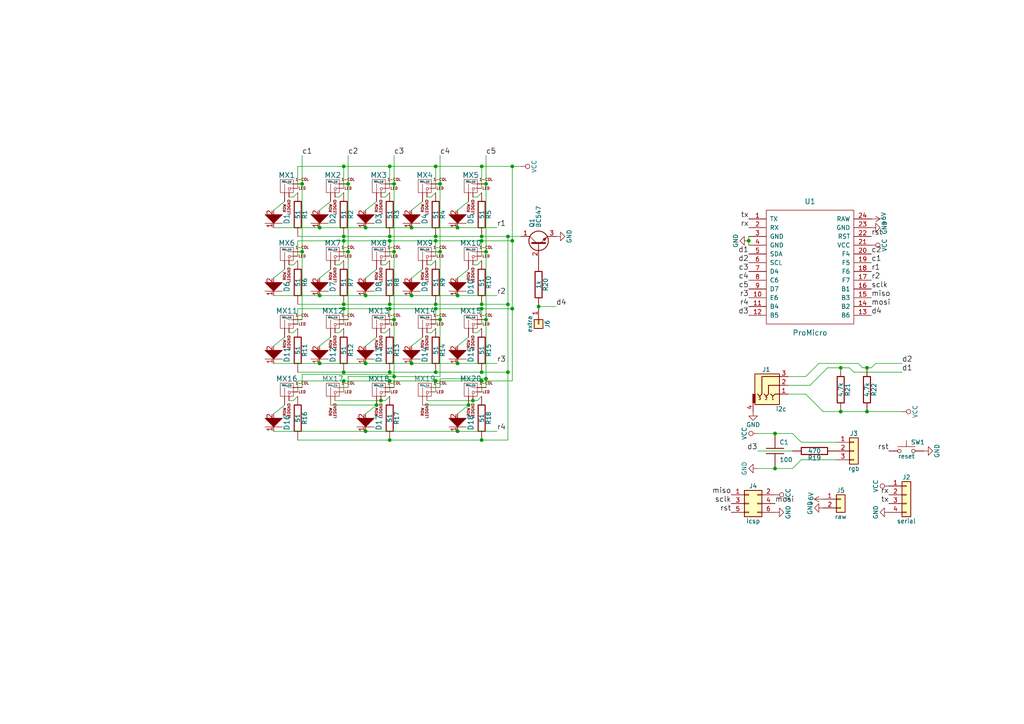
<source format=kicad_sch>
(kicad_sch (version 20230121) (generator eeschema)
  (paper "A4")
  (title_block (title "split_steno") (date "2018-03-12") (rev "1.2") (company "jtallbean"))
  (lib_symbols
    (symbol "split_steno_rev1.2-rescue:+6V" (power) (pin_names (offset 0))
      (property "Value" "+6V" (at 0 3.556 0))
      (symbol "+6V_0_1"
        (polyline (pts (xy -0.762 1.27) (xy 0 2.54)))
        (polyline (pts (xy 0 0) (xy 0 2.54)))
        (polyline (pts (xy 0 2.54) (xy 0.762 1.27)))
      )
      (symbol "+6V_1_1"
        (pin power_in line (at 0 0 90) (length 0) hide (name "+6V") (number "1"))
      )
    )
    (symbol "split_steno_rev1.2-rescue:Audio-Jack-4" (pin_names (offset 1.016))
      (property "Reference" "J" (at -1.27 2.032 0))
      (property "Value" "Audio-Jack-4" (at 3.048 -9.398 0))
      (symbol "Audio-Jack-4_0_0"
        (rectangle (start -4.572 -8.128) (end 2.54 0.762) (stroke (width 0.254)) (fill (type background)))
        (text "1" (at 0.635 -6.35 0) (effects (font (size 0.762 0.762))))
        (text "2" (at -1.27 -6.35 0) (effects (font (size 0.762 0.762))))
        (text "3" (at -3.175 -6.35 0) (effects (font (size 0.762 0.762))))
      )
      (symbol "Audio-Jack-4_0_1"
        (rectangle (start -4.445 -7.62) (end -5.207 -5.08) (fill (type outline)))
        (polyline (pts (xy 0 -5.08) (xy 0.635 -5.715) (xy 1.27 -5.08) (xy 2.54 -5.08)) (stroke (width 0.254)))
        (polyline (pts (xy -1.905 -5.08) (xy -1.27 -5.715) (xy -0.635 -5.08) (xy -0.635 -2.54) (xy 2.54 -2.54)) (stroke (width 0.254)))
        (polyline (pts (xy 2.54 0) (xy -2.54 0) (xy -2.54 -5.08) (xy -3.175 -5.715) (xy -3.81 -5.08)) (stroke (width 0.254)))
      )
      (symbol "Audio-Jack-4_1_1"
        (pin passive line (at 5.08 -5.08 180) (length 2.54) (name "~") (number "1"))
        (pin passive line (at 5.08 -2.54 180) (length 2.54) (name "~") (number "2"))
        (pin passive line (at 5.08 0 180) (length 2.54) (name "~") (number "3"))
        (pin passive line (at -5.08 -10.16 90) (length 2.54) (name "~") (number "4"))
      )
    )
    (symbol "split_steno_rev1.2-rescue:BC547" (pin_names (offset 0) hide)
      (property "Reference" "Q" (at 5.08 1.905 0))
      (property "Value" "BC547" (at 5.08 0 0))
      (symbol "BC547_0_1"
        (polyline (pts (xy 0 0) (xy 0.635 0)))
        (polyline (pts (xy 0.635 0.635) (xy 2.54 2.54)))
        (polyline (pts (xy 0.635 -0.635) (xy 2.54 -2.54) (xy 2.54 -2.54)))
        (polyline (pts (xy 0.635 1.905) (xy 0.635 -1.905) (xy 0.635 -1.905)) (stroke (width 0.508)))
        (polyline (pts (xy 1.27 -1.778) (xy 1.778 -1.27) (xy 2.286 -2.286) (xy 1.27 -1.778) (xy 1.27 -1.778)) (fill (type outline)))
        (circle (center 1.27 0) (radius 2.8194) (stroke (width 0.254)))
      )
      (symbol "BC547_1_1"
        (pin passive line (at 2.54 5.08 270) (length 2.54) (name "C") (number "1"))
        (pin input line (at -5.08 0 0) (length 5.08) (name "B") (number "2"))
        (pin passive line (at 2.54 -5.08 90) (length 2.54) (name "E") (number "3"))
      )
    )
    (symbol "split_steno_rev1.2-rescue:C" (pin_numbers hide) (pin_names (offset 0.254))
      (property "Reference" "C" (at 1.27 2.54 0))
      (property "Value" "C" (at 1.27 -2.54 0))
      (symbol "C_0_1"
        (polyline (pts (xy -2.54 -0.762) (xy 2.54 -0.762)) (stroke (width 0.254)))
        (polyline (pts (xy -2.54 0.762) (xy 2.54 0.762)) (stroke (width 0.254)))
      )
      (symbol "C_1_1"
        (pin passive line (at 0 5.08 270) (length 4.318) (name "~") (number "1"))
        (pin passive line (at 0 -5.08 90) (length 4.318) (name "~") (number "2"))
      )
    )
    (symbol "split_steno_rev1.2-rescue:Conn_01x01" (pin_names (offset 1.016) hide)
      (property "Reference" "J" (at 0 2.54 0))
      (property "Value" "Conn_01x01" (at 0 -2.54 0))
      (symbol "Conn_01x01_1_1"
        (rectangle (start -1.27 0.127) (end 0 -0.127) (stroke (width 0.1524)))
        (rectangle (start -1.27 1.27) (end 1.27 -1.27) (stroke (width 0.254)) (fill (type background)))
        (pin passive line (at -5.08 0 0) (length 3.81) (name "Pin_1") (number "1"))
      )
    )
    (symbol "split_steno_rev1.2-rescue:Conn_01x02" (pin_names (offset 1.016) hide)
      (property "Reference" "J" (at 0 2.54 0))
      (property "Value" "Conn_01x02" (at 0 -5.08 0))
      (symbol "Conn_01x02_1_1"
        (rectangle (start -1.27 -2.413) (end 0 -2.667) (stroke (width 0.1524)))
        (rectangle (start -1.27 0.127) (end 0 -0.127) (stroke (width 0.1524)))
        (rectangle (start -1.27 1.27) (end 1.27 -3.81) (stroke (width 0.254)) (fill (type background)))
        (pin passive line (at -5.08 0 0) (length 3.81) (name "Pin_1") (number "1"))
        (pin passive line (at -5.08 -2.54 0) (length 3.81) (name "Pin_2") (number "2"))
      )
    )
    (symbol "split_steno_rev1.2-rescue:Conn_01x03" (pin_names (offset 1.016) hide)
      (property "Reference" "J" (at 0 5.08 0))
      (property "Value" "Conn_01x03" (at 0 -5.08 0))
      (symbol "Conn_01x03_1_1"
        (rectangle (start -1.27 -2.413) (end 0 -2.667) (stroke (width 0.1524)))
        (rectangle (start -1.27 0.127) (end 0 -0.127) (stroke (width 0.1524)))
        (rectangle (start -1.27 2.667) (end 0 2.413) (stroke (width 0.1524)))
        (rectangle (start -1.27 3.81) (end 1.27 -3.81) (stroke (width 0.254)) (fill (type background)))
        (pin passive line (at -5.08 2.54 0) (length 3.81) (name "Pin_1") (number "1"))
        (pin passive line (at -5.08 0 0) (length 3.81) (name "Pin_2") (number "2"))
        (pin passive line (at -5.08 -2.54 0) (length 3.81) (name "Pin_3") (number "3"))
      )
    )
    (symbol "split_steno_rev1.2-rescue:Conn_01x04" (pin_names (offset 1.016) hide)
      (property "Reference" "J" (at 0 5.08 0))
      (property "Value" "Conn_01x04" (at 0 -7.62 0))
      (symbol "Conn_01x04_1_1"
        (rectangle (start -1.27 -4.953) (end 0 -5.207) (stroke (width 0.1524)))
        (rectangle (start -1.27 -2.413) (end 0 -2.667) (stroke (width 0.1524)))
        (rectangle (start -1.27 0.127) (end 0 -0.127) (stroke (width 0.1524)))
        (rectangle (start -1.27 2.667) (end 0 2.413) (stroke (width 0.1524)))
        (rectangle (start -1.27 3.81) (end 1.27 -6.35) (stroke (width 0.254)) (fill (type background)))
        (pin passive line (at -5.08 2.54 0) (length 3.81) (name "Pin_1") (number "1"))
        (pin passive line (at -5.08 0 0) (length 3.81) (name "Pin_2") (number "2"))
        (pin passive line (at -5.08 -2.54 0) (length 3.81) (name "Pin_3") (number "3"))
        (pin passive line (at -5.08 -5.08 0) (length 3.81) (name "Pin_4") (number "4"))
      )
    )
    (symbol "split_steno_rev1.2-rescue:Conn_02x03_Odd_Even" (pin_names (offset 1.016) hide)
      (property "Reference" "J" (at 1.27 5.08 0))
      (property "Value" "Conn_02x03_Odd_Even" (at 1.27 -5.08 0))
      (symbol "Conn_02x03_Odd_Even_1_1"
        (rectangle (start -1.27 -2.413) (end 0 -2.667) (stroke (width 0.1524)))
        (rectangle (start -1.27 0.127) (end 0 -0.127) (stroke (width 0.1524)))
        (rectangle (start -1.27 2.667) (end 0 2.413) (stroke (width 0.1524)))
        (rectangle (start -1.27 3.81) (end 3.81 -3.81) (stroke (width 0.254)) (fill (type background)))
        (rectangle (start 3.81 -2.413) (end 2.54 -2.667) (stroke (width 0.1524)))
        (rectangle (start 3.81 0.127) (end 2.54 -0.127) (stroke (width 0.1524)))
        (rectangle (start 3.81 2.667) (end 2.54 2.413) (stroke (width 0.1524)))
        (pin passive line (at -5.08 2.54 0) (length 3.81) (name "Pin_1") (number "1"))
        (pin passive line (at 7.62 2.54 180) (length 3.81) (name "Pin_2") (number "2"))
        (pin passive line (at -5.08 0 0) (length 3.81) (name "Pin_3") (number "3"))
        (pin passive line (at 7.62 0 180) (length 3.81) (name "Pin_4") (number "4"))
        (pin passive line (at -5.08 -2.54 0) (length 3.81) (name "Pin_5") (number "5"))
        (pin passive line (at 7.62 -2.54 180) (length 3.81) (name "Pin_6") (number "6"))
      )
    )
    (symbol "split_steno_rev1.2-rescue:D" (pin_names (offset 1.016))
      (property "Reference" "D" (at -3.81 -1.27 90))
      (symbol "D_0_1"
        (polyline (pts (xy -2.54 0) (xy 2.54 0)))
        (polyline (pts (xy 0 0) (xy -2.54 -2.54) (xy 2.54 -2.54) (xy 0 0)) (fill (type outline)))
      )
      (symbol "D_1_1"
        (pin passive line (at 0 1.27 270) (length 1.27) (name "~") (number "1"))
        (pin passive line (at 0 -3.81 90) (length 1.27) (name "~") (number "2"))
      )
    )
    (symbol "split_steno_rev1.2-rescue:GND" (power) (pin_names (offset 0))
      (property "Value" "GND" (at 0 -3.81 0))
      (symbol "GND_0_1"
        (polyline (pts (xy 0 0) (xy 0 -1.27) (xy 1.27 -1.27) (xy 0 -2.54) (xy -1.27 -1.27) (xy 0 -1.27)))
      )
      (symbol "GND_1_1"
        (pin power_in line (at 0 0 270) (length 0) hide (name "GND") (number "1"))
      )
    )
    (symbol "split_steno_rev1.2-rescue:MX-1U" (pin_names (offset 1.016))
      (property "Reference" "MX" (at 0 3.175 0))
      (property "Value" "MX-1U" (at 0 1.27 0))
      (symbol "MX-1U_0_0"
        (polyline (pts (xy -0.635 -1.905) (xy -0.635 0.635)) (stroke (width 0.127)))
        (polyline (pts (xy 0.635 -1.905) (xy 0.635 -1.27)) (stroke (width 0.127)))
        (polyline (pts (xy 1.905 -0.635) (xy 1.27 -0.635)) (stroke (width 0.127)))
        (polyline (pts (xy 1.905 0.635) (xy 0.635 0.635) (xy -0.635 1.27)) (stroke (width 0.127)))
        (circle (center 0.762 -0.762) (radius 0.3556) (stroke (width 0.127)))
        (rectangle (start 1.905 -1.905) (end -1.905 1.905) (stroke (width 0.127)))
        (text "1-COL" (at 4.445 1.905 0) (effects (font (size 0.762 0.762))))
        (text "LED" (at 4.445 -0.635 0) (effects (font (size 0.762 0.762))))
        (text "ROW" (at -0.635 -5.08 900) (effects (font (size 0.762 0.762)) (justify right)))
      )
      (symbol "MX-1U_1_0"
        (text "LEDGND" (at 0.635 -3.81 900) (effects (font (size 0.762 0.762)) (justify right)))
      )
      (symbol "MX-1U_1_1"
        (pin passive line (at 4.445 0.635 180) (length 2.54) (name "COL") (number "1"))
        (pin passive line (at -0.635 -4.445 90) (length 2.54) (name "ROW") (number "2"))
        (pin passive line (at 3.175 -0.635 180) (length 1.27) (name "LED") (number "3"))
        (pin passive line (at 0.635 -3.175 90) (length 1.27) (name "LEDGND") (number "4"))
      )
    )
    (symbol "split_steno_rev1.2-rescue:ProMicro" (pin_names (offset 1.016))
      (property "Reference" "U" (at 0 24.13 0))
      (property "Value" "ProMicro" (at 0 -13.97 0))
      (symbol "ProMicro_0_1"
        (rectangle (start -12.7 21.59) (end 12.7 -11.43))
      )
      (symbol "ProMicro_1_1"
        (pin bidirectional line (at -17.78 19.05 0) (length 5.08) (name "TX") (number "1"))
        (pin bidirectional line (at -17.78 -3.81 0) (length 5.08) (name "E6") (number "10"))
        (pin bidirectional line (at -17.78 -6.35 0) (length 5.08) (name "B4") (number "11"))
        (pin bidirectional line (at -17.78 -8.89 0) (length 5.08) (name "B5") (number "12"))
        (pin bidirectional line (at 17.78 -8.89 180) (length 5.08) (name "B6") (number "13"))
        (pin bidirectional line (at 17.78 -6.35 180) (length 5.08) (name "B2") (number "14"))
        (pin bidirectional line (at 17.78 -3.81 180) (length 5.08) (name "B3") (number "15"))
        (pin bidirectional line (at 17.78 -1.27 180) (length 5.08) (name "B1") (number "16"))
        (pin bidirectional line (at 17.78 1.27 180) (length 5.08) (name "F7") (number "17"))
        (pin bidirectional line (at 17.78 3.81 180) (length 5.08) (name "F6") (number "18"))
        (pin bidirectional line (at 17.78 6.35 180) (length 5.08) (name "F5") (number "19"))
        (pin bidirectional line (at -17.78 16.51 0) (length 5.08) (name "RX") (number "2"))
        (pin bidirectional line (at 17.78 8.89 180) (length 5.08) (name "F4") (number "20"))
        (pin power_in line (at 17.78 11.43 180) (length 5.08) (name "VCC") (number "21"))
        (pin input line (at 17.78 13.97 180) (length 5.08) (name "RST") (number "22"))
        (pin power_in line (at 17.78 16.51 180) (length 5.08) (name "GND") (number "23"))
        (pin power_out line (at 17.78 19.05 180) (length 5.08) (name "RAW") (number "24"))
        (pin power_in line (at -17.78 13.97 0) (length 5.08) (name "GND") (number "3"))
        (pin power_in line (at -17.78 11.43 0) (length 5.08) (name "GND") (number "4"))
        (pin bidirectional line (at -17.78 8.89 0) (length 5.08) (name "SDA") (number "5"))
        (pin bidirectional line (at -17.78 6.35 0) (length 5.08) (name "SCL") (number "6"))
        (pin bidirectional line (at -17.78 3.81 0) (length 5.08) (name "D4") (number "7"))
        (pin bidirectional line (at -17.78 1.27 0) (length 5.08) (name "C6") (number "8"))
        (pin bidirectional line (at -17.78 -1.27 0) (length 5.08) (name "D7") (number "9"))
      )
    )
    (symbol "split_steno_rev1.2-rescue:R" (pin_numbers hide) (pin_names (offset 0))
      (property "Reference" "R" (at 2.032 0 90))
      (property "Value" "R" (at 0 0 90))
      (symbol "R_0_1"
        (rectangle (start -1.016 3.81) (end 1.016 -3.81) (stroke (width 0.3048)))
      )
      (symbol "R_1_1"
        (pin passive line (at 0 6.35 270) (length 2.54) (name "~") (number "1"))
        (pin passive line (at 0 -6.35 90) (length 2.54) (name "~") (number "2"))
      )
    )
    (symbol "split_steno_rev1.2-rescue:SW_Push" (pin_numbers hide) (pin_names (offset 1.016) hide)
      (property "Reference" "SW" (at 1.27 2.54 0))
      (property "Value" "SW_Push" (at 0 -1.524 0))
      (symbol "SW_Push_0_1"
        (circle (center -2.032 0) (radius 0.508))
        (polyline (pts (xy 0 1.27) (xy 0 3.048)))
        (polyline (pts (xy 2.54 1.27) (xy -2.54 1.27)))
        (circle (center 2.032 0) (radius 0.508))
        (pin passive line (at -5.08 0 0) (length 2.54) (name "1") (number "1"))
        (pin passive line (at 5.08 0 180) (length 2.54) (name "2") (number "2"))
      )
    )
    (symbol "split_steno_rev1.2-rescue:VCC" (power) (pin_names (offset 0))
      (property "Value" "VCC" (at 0 3.81 0))
      (symbol "VCC_0_1"
        (polyline (pts (xy 0 0) (xy 0 1.27)))
        (circle (center 0 1.905) (radius 0.635))
      )
      (symbol "VCC_1_1"
        (pin power_in line (at 0 0 90) (length 0) hide (name "VCC") (number "1"))
      )
    )
  )
  (junction (at 132.715 85.725))
  (junction (at 139.7 88.265))
  (junction (at 139.7 89.535))
  (junction (at 139.7 69.85))
  (junction (at 99.695 68.58))
  (junction (at 156.21 88.9))
  (junction (at 140.97 92.71))
  (junction (at 135.89 117.475))
  (junction (at 127.635 53.34))
  (junction (at 99.695 69.85))
  (junction (at 243.84 119.38))
  (junction (at 147.32 107.95))
  (junction (at 99.695 89.535))
  (junction (at 148.59 48.26))
  (junction (at 147.32 88.265))
  (junction (at 140.97 53.34))
  (junction (at 87.63 53.34))
  (junction (at 99.695 107.95))
  (junction (at 132.715 125.095))
  (junction (at 114.3 109.22))
  (junction (at 126.365 88.265))
  (junction (at 224.79 135.89))
  (junction (at 148.59 69.85))
  (junction (at 139.7 110.49))
  (junction (at 113.03 110.49))
  (junction (at 114.3 92.71))
  (junction (at 100.965 73.025))
  (junction (at 140.97 73.025))
  (junction (at 139.7 107.95))
  (junction (at 137.16 116.205))
  (junction (at 113.03 89.535))
  (junction (at 106.045 125.095))
  (junction (at 113.03 48.26))
  (junction (at 126.365 68.58))
  (junction (at 147.32 68.58))
  (junction (at 87.63 73.025))
  (junction (at 119.38 105.41))
  (junction (at 126.365 48.26))
  (junction (at 127.635 73.025))
  (junction (at 217.17 69.85))
  (junction (at 140.97 109.855))
  (junction (at 106.045 85.725))
  (junction (at 251.46 106.68))
  (junction (at 224.79 125.73))
  (junction (at 126.365 69.85))
  (junction (at 126.365 89.535))
  (junction (at 110.49 116.205))
  (junction (at 99.695 88.265))
  (junction (at 92.71 85.725))
  (junction (at 126.365 110.49))
  (junction (at 92.71 66.04))
  (junction (at 119.38 66.04))
  (junction (at 126.365 107.95))
  (junction (at 99.695 110.49))
  (junction (at 99.695 48.26))
  (junction (at 106.045 66.04))
  (junction (at 119.38 85.725))
  (junction (at 243.84 106.68))
  (junction (at 132.715 105.41))
  (junction (at 109.22 117.475))
  (junction (at 106.045 105.41))
  (junction (at 114.3 53.34))
  (junction (at 113.03 107.95))
  (junction (at 113.03 88.265))
  (junction (at 132.715 66.04))
  (junction (at 92.71 105.41))
  (junction (at 113.03 68.58))
  (junction (at 139.7 48.26))
  (junction (at 139.7 127.635))
  (junction (at 114.3 73.025))
  (junction (at 139.7 68.58))
  (junction (at 127.635 92.71))
  (junction (at 148.59 89.535))
  (junction (at 113.03 127.635))
  (junction (at 251.46 119.38))
  (junction (at 113.03 69.85))
  (junction (at 100.965 53.34))
  (wire (pts (xy 139.7 107.95) (xy 126.365 107.95)))
  (wire (pts (xy 119.38 85.725) (xy 132.715 85.725)))
  (wire (pts (xy 147.32 88.265) (xy 147.32 107.95)))
  (wire (pts (xy 139.7 127.635) (xy 113.03 127.635)))
  (wire (pts (xy 86.36 48.26) (xy 99.695 48.26)))
  (wire (pts (xy 92.71 80.645) (xy 95.885 78.105)))
  (wire (pts (xy 79.375 66.04) (xy 92.71 66.04)))
  (wire (pts (xy 125.095 76.835) (xy 126.365 75.565)))
  (wire (pts (xy 92.71 60.96) (xy 95.885 58.42)))
  (wire (pts (xy 99.695 74.295) (xy 99.695 69.85)))
  (wire (pts (xy 139.7 89.535) (xy 148.59 89.535)))
  (wire (pts (xy 100.965 73.025) (xy 100.965 92.71)))
  (wire (pts (xy 233.68 109.22) (xy 237.49 105.41)))
  (wire (pts (xy 132.715 105.41) (xy 144.145 105.41)))
  (wire (pts (xy 111.76 76.835) (xy 113.03 75.565)))
  (wire (pts (xy 113.03 89.535) (xy 126.365 89.535)))
  (wire (pts (xy 139.7 110.49) (xy 148.59 110.49)))
  (wire (pts (xy 87.63 73.025) (xy 87.63 92.71)))
  (wire (pts (xy 126.365 89.535) (xy 139.7 89.535)))
  (wire (pts (xy 246.38 106.68) (xy 247.65 107.95)))
  (wire (pts (xy 99.695 110.49) (xy 113.03 110.49)))
  (wire (pts (xy 113.03 69.85) (xy 126.365 69.85)))
  (wire (pts (xy 234.95 111.76) (xy 240.03 106.68)))
  (wire (pts (xy 113.03 110.49) (xy 126.365 110.49)))
  (wire (pts (xy 114.3 108.585) (xy 87.63 108.585)))
  (wire (pts (xy 119.38 80.645) (xy 122.555 78.105)))
  (wire (pts (xy 114.3 45.085) (xy 114.3 53.34)))
  (wire (pts (xy 97.155 116.205) (xy 110.49 116.205)))
  (wire (pts (xy 139.7 54.61) (xy 139.7 48.26)))
  (wire (pts (xy 99.695 68.58) (xy 113.03 68.58)))
  (wire (pts (xy 119.38 60.96) (xy 122.555 58.42)))
  (wire (pts (xy 92.71 105.41) (xy 106.045 105.41)))
  (wire (pts (xy 127.635 109.855) (xy 140.97 109.855)))
  (wire (pts (xy 139.7 74.295) (xy 139.7 69.85)))
  (wire (pts (xy 217.17 71.12) (xy 217.17 69.85)))
  (wire (pts (xy 251.46 106.68) (xy 252.73 106.68)))
  (wire (pts (xy 87.63 45.085) (xy 87.63 53.34)))
  (wire (pts (xy 247.65 107.95) (xy 261.62 107.95)))
  (wire (pts (xy 106.045 80.645) (xy 109.22 78.105)))
  (wire (pts (xy 79.375 105.41) (xy 92.71 105.41)))
  (wire (pts (xy 254 105.41) (xy 261.62 105.41)))
  (wire (pts (xy 137.16 57.15) (xy 138.43 57.15)))
  (wire (pts (xy 111.76 96.52) (xy 113.03 95.25)))
  (wire (pts (xy 99.695 113.665) (xy 99.695 110.49)))
  (wire (pts (xy 113.03 54.61) (xy 113.03 48.26)))
  (wire (pts (xy 99.695 54.61) (xy 99.695 48.26)))
  (wire (pts (xy 79.375 120.015) (xy 82.55 117.475)))
  (wire (pts (xy 217.17 69.85) (xy 217.17 68.58)))
  (wire (pts (xy 114.3 53.34) (xy 114.3 73.025)))
  (wire (pts (xy 85.09 96.52) (xy 86.36 95.25)))
  (wire (pts (xy 127.635 73.025) (xy 127.635 92.71)))
  (wire (pts (xy 224.79 135.89) (xy 219.71 135.89)))
  (wire (pts (xy 86.36 110.49) (xy 99.695 110.49)))
  (wire (pts (xy 229.87 130.81) (xy 219.71 130.81)))
  (wire (pts (xy 98.425 96.52) (xy 99.695 95.25)))
  (wire (pts (xy 123.825 116.205) (xy 137.16 116.205)))
  (wire (pts (xy 224.79 125.73) (xy 219.71 125.73)))
  (wire (pts (xy 238.76 119.38) (xy 243.84 119.38)))
  (wire (pts (xy 123.825 57.15) (xy 125.095 57.15)))
  (wire (pts (xy 106.045 85.725) (xy 119.38 85.725)))
  (wire (pts (xy 138.43 96.52) (xy 139.7 95.25)))
  (wire (pts (xy 126.365 88.265) (xy 139.7 88.265)))
  (wire (pts (xy 111.76 57.15) (xy 113.03 55.88)))
  (wire (pts (xy 99.695 89.535) (xy 113.03 89.535)))
  (wire (pts (xy 86.36 110.49) (xy 86.36 113.665)))
  (wire (pts (xy 147.32 68.58) (xy 147.32 88.265)))
  (wire (pts (xy 123.825 76.835) (xy 125.095 76.835)))
  (wire (pts (xy 119.38 105.41) (xy 132.715 105.41)))
  (wire (pts (xy 127.635 53.34) (xy 127.635 73.025)))
  (wire (pts (xy 83.82 116.205) (xy 85.09 116.205)))
  (wire (pts (xy 97.155 96.52) (xy 98.425 96.52)))
  (wire (pts (xy 139.7 48.26) (xy 148.59 48.26)))
  (wire (pts (xy 132.715 100.33) (xy 135.89 97.79)))
  (wire (pts (xy 100.965 45.085) (xy 100.965 53.34)))
  (wire (pts (xy 92.71 100.33) (xy 95.885 97.79)))
  (wire (pts (xy 109.22 117.475) (xy 106.045 120.015)))
  (wire (pts (xy 113.03 127.635) (xy 86.36 127.635)))
  (wire (pts (xy 85.09 76.835) (xy 86.36 75.565)))
  (wire (pts (xy 139.7 68.58) (xy 147.32 68.58)))
  (wire (pts (xy 148.59 110.49) (xy 148.59 89.535)))
  (wire (pts (xy 106.045 105.41) (xy 119.38 105.41)))
  (wire (pts (xy 106.045 100.33) (xy 109.22 97.79)))
  (wire (pts (xy 100.965 109.22) (xy 100.965 112.395)))
  (wire (pts (xy 106.045 66.04) (xy 119.38 66.04)))
  (wire (pts (xy 125.095 96.52) (xy 126.365 95.25)))
  (wire (pts (xy 113.03 88.265) (xy 126.365 88.265)))
  (wire (pts (xy 92.71 85.725) (xy 106.045 85.725)))
  (wire (pts (xy 240.03 106.68) (xy 243.84 106.68)))
  (wire (pts (xy 132.715 80.645) (xy 135.89 78.105)))
  (wire (pts (xy 92.71 66.04) (xy 106.045 66.04)))
  (wire (pts (xy 114.3 92.71) (xy 114.3 108.585)))
  (wire (pts (xy 147.32 107.95) (xy 139.7 107.95)))
  (wire (pts (xy 119.38 66.04) (xy 132.715 66.04)))
  (wire (pts (xy 126.365 74.295) (xy 126.365 69.85)))
  (wire (pts (xy 138.43 116.205) (xy 139.7 114.935)))
  (wire (pts (xy 140.97 73.025) (xy 140.97 92.71)))
  (wire (pts (xy 228.6 109.22) (xy 233.68 109.22)))
  (wire (pts (xy 100.965 53.34) (xy 100.965 73.025)))
  (wire (pts (xy 127.635 109.22) (xy 114.3 109.22)))
  (wire (pts (xy 126.365 107.95) (xy 113.03 107.95)))
  (wire (pts (xy 85.09 116.205) (xy 86.36 114.935)))
  (wire (pts (xy 79.375 125.095) (xy 106.045 125.095)))
  (wire (pts (xy 232.41 128.27) (xy 229.87 125.73)))
  (wire (pts (xy 140.97 45.085) (xy 140.97 53.34)))
  (wire (pts (xy 237.49 105.41) (xy 248.92 105.41)))
  (wire (pts (xy 139.7 88.265) (xy 147.32 88.265)))
  (wire (pts (xy 148.59 69.85) (xy 148.59 48.26)))
  (wire (pts (xy 132.715 85.725) (xy 144.145 85.725)))
  (wire (pts (xy 126.365 48.26) (xy 139.7 48.26)))
  (wire (pts (xy 132.715 66.04) (xy 144.145 66.04)))
  (wire (pts (xy 126.365 68.58) (xy 139.7 68.58)))
  (wire (pts (xy 113.03 113.665) (xy 113.03 110.49)))
  (wire (pts (xy 248.92 105.41) (xy 250.19 106.68)))
  (wire (pts (xy 139.7 69.85) (xy 148.59 69.85)))
  (wire (pts (xy 98.425 57.15) (xy 99.695 55.88)))
  (wire (pts (xy 147.32 127.635) (xy 139.7 127.635)))
  (wire (pts (xy 79.375 80.645) (xy 82.55 78.105)))
  (wire (pts (xy 127.635 112.395) (xy 127.635 109.855)))
  (wire (pts (xy 86.36 69.85) (xy 99.695 69.85)))
  (wire (pts (xy 106.045 60.96) (xy 109.22 58.42)))
  (wire (pts (xy 86.36 54.61) (xy 86.36 48.26)))
  (wire (pts (xy 113.03 107.95) (xy 99.695 107.95)))
  (wire (pts (xy 114.3 109.22) (xy 100.965 109.22)))
  (wire (pts (xy 132.715 60.96) (xy 135.89 58.42)))
  (wire (pts (xy 119.38 100.33) (xy 122.555 97.79)))
  (wire (pts (xy 83.82 57.15) (xy 85.09 57.15)))
  (wire (pts (xy 137.16 116.205) (xy 138.43 116.205)))
  (wire (pts (xy 132.715 125.095) (xy 144.145 125.095)))
  (wire (pts (xy 99.695 88.265) (xy 113.03 88.265)))
  (wire (pts (xy 79.375 100.33) (xy 82.55 97.79)))
  (wire (pts (xy 228.6 111.76) (xy 234.95 111.76)))
  (wire (pts (xy 95.885 117.475) (xy 109.22 117.475)))
  (wire (pts (xy 114.3 109.22) (xy 114.3 112.395)))
  (wire (pts (xy 83.82 76.835) (xy 85.09 76.835)))
  (wire (pts (xy 148.59 89.535) (xy 148.59 69.85)))
  (wire (pts (xy 122.555 117.475) (xy 135.89 117.475)))
  (wire (pts (xy 87.63 108.585) (xy 87.63 112.395)))
  (wire (pts (xy 86.36 89.535) (xy 99.695 89.535)))
  (wire (pts (xy 126.365 110.49) (xy 139.7 110.49)))
  (wire (pts (xy 79.375 85.725) (xy 92.71 85.725)))
  (wire (pts (xy 140.97 109.855) (xy 140.97 112.395)))
  (wire (pts (xy 86.36 74.295) (xy 86.36 69.85)))
  (wire (pts (xy 232.41 133.35) (xy 229.87 135.89)))
  (wire (pts (xy 98.425 76.835) (xy 99.695 75.565)))
  (wire (pts (xy 233.68 114.3) (xy 238.76 119.38)))
  (wire (pts (xy 229.87 135.89) (xy 224.79 135.89)))
  (wire (pts (xy 79.375 60.96) (xy 82.55 58.42)))
  (wire (pts (xy 229.87 125.73) (xy 224.79 125.73)))
  (wire (pts (xy 97.155 57.15) (xy 98.425 57.15)))
  (wire (pts (xy 114.3 73.025) (xy 114.3 92.71)))
  (wire (pts (xy 113.03 74.295) (xy 113.03 69.85)))
  (wire (pts (xy 125.095 57.15) (xy 126.365 55.88)))
  (wire (pts (xy 243.84 106.68) (xy 246.38 106.68)))
  (wire (pts (xy 110.49 57.15) (xy 111.76 57.15)))
  (wire (pts (xy 86.36 88.265) (xy 99.695 88.265)))
  (wire (pts (xy 127.635 45.085) (xy 127.635 53.34)))
  (wire (pts (xy 126.365 54.61) (xy 126.365 48.26)))
  (wire (pts (xy 113.03 93.98) (xy 113.03 89.535)))
  (wire (pts (xy 138.43 57.15) (xy 139.7 55.88)))
  (wire (pts (xy 250.19 106.68) (xy 251.46 106.68)))
  (wire (pts (xy 139.7 93.98) (xy 139.7 89.535)))
  (wire (pts (xy 126.365 113.665) (xy 126.365 110.49)))
  (wire (pts (xy 83.82 96.52) (xy 85.09 96.52)))
  (wire (pts (xy 85.09 57.15) (xy 86.36 55.88)))
  (wire (pts (xy 147.32 107.95) (xy 147.32 127.635)))
  (wire (pts (xy 156.21 88.9) (xy 161.29 88.9)))
  (wire (pts (xy 147.32 68.58) (xy 151.13 68.58)))
  (wire (pts (xy 97.155 76.835) (xy 98.425 76.835)))
  (wire (pts (xy 123.825 96.52) (xy 125.095 96.52)))
  (wire (pts (xy 113.03 48.26) (xy 126.365 48.26)))
  (wire (pts (xy 140.97 92.71) (xy 140.97 109.855)))
  (wire (pts (xy 113.03 68.58) (xy 126.365 68.58)))
  (wire (pts (xy 86.36 93.98) (xy 86.36 89.535)))
  (wire (pts (xy 86.36 68.58) (xy 99.695 68.58)))
  (wire (pts (xy 148.59 48.26) (xy 151.13 48.26)))
  (wire (pts (xy 110.49 76.835) (xy 111.76 76.835)))
  (wire (pts (xy 126.365 93.98) (xy 126.365 89.535)))
  (wire (pts (xy 243.84 119.38) (xy 251.46 119.38)))
  (wire (pts (xy 138.43 76.835) (xy 139.7 75.565)))
  (wire (pts (xy 242.57 128.27) (xy 232.41 128.27)))
  (wire (pts (xy 139.7 113.665) (xy 139.7 110.49)))
  (wire (pts (xy 99.695 107.95) (xy 86.36 107.95)))
  (wire (pts (xy 87.63 53.34) (xy 87.63 73.025)))
  (wire (pts (xy 137.16 76.835) (xy 138.43 76.835)))
  (wire (pts (xy 110.49 96.52) (xy 111.76 96.52)))
  (wire (pts (xy 252.73 106.68) (xy 254 105.41)))
  (wire (pts (xy 126.365 69.85) (xy 139.7 69.85)))
  (wire (pts (xy 251.46 119.38) (xy 261.62 119.38)))
  (wire (pts (xy 106.045 125.095) (xy 132.715 125.095)))
  (wire (pts (xy 140.97 53.34) (xy 140.97 73.025)))
  (wire (pts (xy 110.49 116.205) (xy 111.76 116.205)))
  (wire (pts (xy 111.76 116.205) (xy 113.03 114.935)))
  (wire (pts (xy 99.695 69.85) (xy 113.03 69.85)))
  (wire (pts (xy 137.16 96.52) (xy 138.43 96.52)))
  (wire (pts (xy 228.6 114.3) (xy 233.68 114.3)))
  (wire (pts (xy 99.695 48.26) (xy 113.03 48.26)))
  (wire (pts (xy 127.635 92.71) (xy 127.635 109.22)))
  (wire (pts (xy 242.57 133.35) (xy 232.41 133.35)))
  (wire (pts (xy 99.695 93.98) (xy 99.695 89.535)))
  (wire (pts (xy 135.89 117.475) (xy 132.715 120.015)))
  (label "d4" (at 161.29 88.9 0) (effects (font (size 1.524 1.524))))
  (label "rst" (at 252.73 68.58 0) (effects (font (size 1.524 1.524))))
  (label "r4" (at 217.17 88.9 180) (effects (font (size 1.524 1.524))))
  (label "c2" (at 100.965 45.085 0) (effects (font (size 1.524 1.524))))
  (label "c5" (at 217.17 83.82 180) (effects (font (size 1.524 1.524))))
  (label "sclk" (at 212.09 146.05 180) (effects (font (size 1.524 1.524))))
  (label "c3" (at 114.3 45.085 0) (effects (font (size 1.524 1.524))))
  (label "miso" (at 252.73 86.36 0) (effects (font (size 1.524 1.524))))
  (label "r3" (at 144.145 105.41 0) (effects (font (size 1.524 1.524))))
  (label "d1" (at 217.17 73.66 180) (effects (font (size 1.524 1.524))))
  (label "r1" (at 252.73 78.74 0) (effects (font (size 1.524 1.524))))
  (label "rx" (at 217.17 66.04 180) (effects (font (size 1.524 1.524))))
  (label "c1" (at 252.73 76.2 0) (effects (font (size 1.524 1.524))))
  (label "mosi" (at 252.73 88.9 0) (effects (font (size 1.524 1.524))))
  (label "rx" (at 257.81 143.51 180) (effects (font (size 1.524 1.524))))
  (label "c1" (at 87.63 45.085 0) (effects (font (size 1.524 1.524))))
  (label "r2" (at 252.73 81.28 0) (effects (font (size 1.524 1.524))))
  (label "d2" (at 261.62 105.41 0) (effects (font (size 1.524 1.524))))
  (label "c3" (at 217.17 78.74 180) (effects (font (size 1.524 1.524))))
  (label "tx" (at 217.17 63.5 180) (effects (font (size 1.524 1.524))))
  (label "d3" (at 219.71 130.81 180) (effects (font (size 1.524 1.524))))
  (label "c2" (at 252.73 73.66 0) (effects (font (size 1.524 1.524))))
  (label "d2" (at 217.17 76.2 180) (effects (font (size 1.524 1.524))))
  (label "d3" (at 217.17 91.44 180) (effects (font (size 1.524 1.524))))
  (label "r2" (at 144.145 85.725 0) (effects (font (size 1.524 1.524))))
  (label "c5" (at 140.97 45.085 0) (effects (font (size 1.524 1.524))))
  (label "miso" (at 212.09 143.51 180) (effects (font (size 1.524 1.524))))
  (label "tx" (at 257.81 146.05 180) (effects (font (size 1.524 1.524))))
  (label "d4" (at 252.73 91.44 0) (effects (font (size 1.524 1.524))))
  (label "mosi" (at 224.79 146.05 0) (effects (font (size 1.524 1.524))))
  (label "c4" (at 127.635 45.085 0) (effects (font (size 1.524 1.524))))
  (label "sclk" (at 252.73 83.82 0) (effects (font (size 1.524 1.524))))
  (label "rst" (at 257.81 130.81 180) (effects (font (size 1.524 1.524))))
  (label "r1" (at 144.145 66.04 0) (effects (font (size 1.524 1.524))))
  (label "r3" (at 217.17 86.36 180) (effects (font (size 1.524 1.524))))
  (label "rst" (at 212.09 148.59 180) (effects (font (size 1.524 1.524))))
  (label "c4" (at 217.17 81.28 180) (effects (font (size 1.524 1.524))))
  (label "r4" (at 144.145 125.095 0) (effects (font (size 1.524 1.524))))
  (label "d1" (at 261.62 107.95 0) (effects (font (size 1.524 1.524))))
  (symbol (lib_id "split_steno_rev1.2-rescue:ProMicro") (at 234.95 82.55 0) (unit 1)
    (property "Reference" "U1" (at 234.95 58.42 0) (effects (font (size 1.524 1.524))))
    (property "Value" "ProMicro" (at 234.95 96.52 0) (effects (font (size 1.524 1.524))))
    (property "Footprint" "Keebio-Parts:ArduinoProMicro" (effects hide))
  )
  (symbol (lib_id "split_steno_rev1.2-rescue:Audio-Jack-4") (at 223.52 109.22 0) (unit 1)
    (property "Reference" "J1" (at 222.25 107.188 0))
    (property "Value" "i2c" (at 226.568 118.618 0))
    (property "Footprint" "Keebio-Parts:TRRS-PJ-320A" (effects hide))
  )
  (symbol (lib_id "split_steno_rev1.2-rescue:R") (at 243.84 113.03 0) (unit 1)
    (property "Reference" "R21" (at 245.872 113.03 90))
    (property "Value" "4.7k" (at 243.84 113.03 90))
    (property "Footprint" "Keebio-Parts:Resistor-Hybrid" (effects hide))
  )
  (symbol (lib_id "split_steno_rev1.2-rescue:R") (at 251.46 113.03 0) (unit 1)
    (property "Reference" "R22" (at 253.492 113.03 90))
    (property "Value" "4.7k" (at 251.46 113.03 90))
    (property "Footprint" "Keebio-Parts:Resistor-Hybrid" (effects hide))
  )
  (symbol (lib_id "split_steno_rev1.2-rescue:SW_Push") (at 262.89 130.81 0) (unit 1)
    (property "Reference" "SW1" (at 264.16 128.27 0) (effects (justify left)))
    (property "Value" "reset" (at 262.89 132.334 0))
    (property "Footprint" "Keebio-Parts:SW_Tactile_SPST_Angled_MJTP1117" (effects hide))
  )
  (symbol (lib_id "split_steno_rev1.2-rescue:GND") (at 252.73 66.04 90) (unit 1)
    (property "Reference" "#PWR01" (effects hide))
    (property "Value" "GND" (at 256.54 66.04 0))
  )
  (symbol (lib_id "split_steno_rev1.2-rescue:VCC") (at 252.73 71.12 270) (unit 1)
    (property "Reference" "#PWR02" (effects hide))
    (property "Value" "VCC" (at 256.54 71.12 0))
  )
  (symbol (lib_id "split_steno_rev1.2-rescue:GND") (at 217.17 69.85 270) (unit 1)
    (property "Reference" "#PWR03" (effects hide))
    (property "Value" "GND" (at 213.36 69.85 0))
  )
  (symbol (lib_id "split_steno_rev1.2-rescue:MX-1U") (at 83.185 53.975 0) (unit 1)
    (property "Reference" "MX1" (at 83.185 50.8 0) (effects (font (size 1.524 1.524))))
    (property "Value" "MX-1U" (at 83.185 52.705 0) (effects (font (size 0.508 0.508))))
    (property "Footprint" "Keebio-Parts:Hybrid_PCB_100H_Dual_hole-LED" (effects hide))
  )
  (symbol (lib_id "split_steno_rev1.2-rescue:GND") (at 267.97 130.81 90) (unit 1)
    (property "Reference" "#PWR04" (effects hide))
    (property "Value" "GND" (at 271.78 130.81 0))
  )
  (symbol (lib_id "split_steno_rev1.2-rescue:D") (at 79.375 64.77 180) (unit 1)
    (property "Reference" "D1" (at 83.185 63.5 90) (effects (font (size 1.524 1.524))))
    (property "Value" "D" (effects hide))
    (property "Footprint" "Keebio-Parts:Diode-dual" (effects hide))
  )
  (symbol (lib_id "split_steno_rev1.2-rescue:GND") (at 218.44 119.38 0) (unit 1)
    (property "Reference" "#PWR05" (effects hide))
    (property "Value" "GND" (at 218.44 123.19 0))
  )
  (symbol (lib_id "split_steno_rev1.2-rescue:VCC") (at 261.62 119.38 270) (unit 1)
    (property "Reference" "#PWR06" (effects hide))
    (property "Value" "VCC" (at 265.43 119.38 0))
  )
  (symbol (lib_id "split_steno_rev1.2-rescue:Conn_02x03_Odd_Even") (at 217.17 146.05 0) (unit 1)
    (property "Reference" "J4" (at 218.44 140.97 0))
    (property "Value" "icsp" (at 218.44 151.13 0))
    (property "Footprint" "Pin_Headers:Pin_Header_Straight_2x03_Pitch2.54mm" (effects hide))
  )
  (symbol (lib_id "split_steno_rev1.2-rescue:VCC") (at 224.79 143.51 270) (unit 1)
    (property "Reference" "#PWR07" (effects hide))
    (property "Value" "VCC" (at 228.6 143.51 0))
  )
  (symbol (lib_id "split_steno_rev1.2-rescue:GND") (at 224.79 148.59 90) (unit 1)
    (property "Reference" "#PWR08" (effects hide))
    (property "Value" "GND" (at 228.6 148.59 0))
  )
  (symbol (lib_id "split_steno_rev1.2-rescue:R") (at 99.695 62.23 0) (unit 1)
    (property "Reference" "R2" (at 101.727 62.23 90))
    (property "Value" "51" (at 99.695 62.23 90))
    (property "Footprint" "Keebio-Parts:Resistor-Hybrid" (effects hide))
  )
  (symbol (lib_id "split_steno_rev1.2-rescue:MX-1U") (at 96.52 53.975 0) (unit 1)
    (property "Reference" "MX2" (at 96.52 50.8 0) (effects (font (size 1.524 1.524))))
    (property "Value" "MX-1U" (at 96.52 52.705 0) (effects (font (size 0.508 0.508))))
    (property "Footprint" "Keebio-Parts:Hybrid_PCB_100H_Dual_hole-LED" (effects hide))
  )
  (symbol (lib_id "split_steno_rev1.2-rescue:D") (at 92.71 64.77 180) (unit 1)
    (property "Reference" "D2" (at 96.52 63.5 90) (effects (font (size 1.524 1.524))))
    (property "Value" "D" (effects hide))
    (property "Footprint" "Keebio-Parts:Diode-dual" (effects hide))
  )
  (symbol (lib_id "split_steno_rev1.2-rescue:Conn_01x03") (at 247.65 130.81 0) (unit 1)
    (property "Reference" "J3" (at 247.65 125.73 0))
    (property "Value" "rgb" (at 247.65 135.89 0))
    (property "Footprint" "Pin_Headers:Pin_Header_Straight_1x03_Pitch2.54mm" (effects hide))
  )
  (symbol (lib_id "split_steno_rev1.2-rescue:R") (at 113.03 62.23 0) (unit 1)
    (property "Reference" "R3" (at 115.062 62.23 90))
    (property "Value" "51" (at 113.03 62.23 90))
    (property "Footprint" "Keebio-Parts:Resistor-Hybrid" (effects hide))
  )
  (symbol (lib_id "split_steno_rev1.2-rescue:MX-1U") (at 109.855 53.975 0) (unit 1)
    (property "Reference" "MX3" (at 109.855 50.8 0) (effects (font (size 1.524 1.524))))
    (property "Value" "MX-1U" (at 109.855 52.705 0) (effects (font (size 0.508 0.508))))
    (property "Footprint" "Keebio-Parts:Hybrid_PCB_100H_Dual_hole-LED" (effects hide))
  )
  (symbol (lib_id "split_steno_rev1.2-rescue:D") (at 106.045 64.77 180) (unit 1)
    (property "Reference" "D3" (at 109.855 63.5 90) (effects (font (size 1.524 1.524))))
    (property "Value" "D" (effects hide))
    (property "Footprint" "Keebio-Parts:Diode-dual" (effects hide))
  )
  (symbol (lib_id "split_steno_rev1.2-rescue:R") (at 126.365 62.23 0) (unit 1)
    (property "Reference" "R4" (at 128.397 62.23 90))
    (property "Value" "51" (at 126.365 62.23 90))
    (property "Footprint" "Keebio-Parts:Resistor-Hybrid" (effects hide))
  )
  (symbol (lib_id "split_steno_rev1.2-rescue:MX-1U") (at 123.19 53.975 0) (unit 1)
    (property "Reference" "MX4" (at 123.19 50.8 0) (effects (font (size 1.524 1.524))))
    (property "Value" "MX-1U" (at 123.19 52.705 0) (effects (font (size 0.508 0.508))))
    (property "Footprint" "Keebio-Parts:Hybrid_PCB_100H_Dual_hole-LED" (effects hide))
  )
  (symbol (lib_id "split_steno_rev1.2-rescue:D") (at 119.38 64.77 180) (unit 1)
    (property "Reference" "D4" (at 123.19 63.5 90) (effects (font (size 1.524 1.524))))
    (property "Value" "D" (effects hide))
    (property "Footprint" "Keebio-Parts:Diode-dual" (effects hide))
  )
  (symbol (lib_id "split_steno_rev1.2-rescue:VCC") (at 219.71 125.73 90) (unit 1)
    (property "Reference" "#PWR09" (effects hide))
    (property "Value" "VCC" (at 215.9 125.73 0))
  )
  (symbol (lib_id "split_steno_rev1.2-rescue:GND") (at 219.71 135.89 270) (unit 1)
    (property "Reference" "#PWR010" (effects hide))
    (property "Value" "GND" (at 215.9 135.89 0))
  )
  (symbol (lib_id "split_steno_rev1.2-rescue:R") (at 139.7 62.23 0) (unit 1)
    (property "Reference" "R5" (at 141.732 62.23 90))
    (property "Value" "51" (at 139.7 62.23 90))
    (property "Footprint" "Keebio-Parts:Resistor-Hybrid" (effects hide))
  )
  (symbol (lib_id "split_steno_rev1.2-rescue:MX-1U") (at 136.525 53.975 0) (unit 1)
    (property "Reference" "MX5" (at 136.525 50.8 0) (effects (font (size 1.524 1.524))))
    (property "Value" "MX-1U" (at 136.525 52.705 0) (effects (font (size 0.508 0.508))))
    (property "Footprint" "Keebio-Parts:Hybrid_PCB_100H_Dual_hole-LED" (effects hide))
  )
  (symbol (lib_id "split_steno_rev1.2-rescue:D") (at 132.715 64.77 180) (unit 1)
    (property "Reference" "D5" (at 136.525 63.5 90) (effects (font (size 1.524 1.524))))
    (property "Value" "D" (effects hide))
    (property "Footprint" "Keebio-Parts:Diode-dual" (effects hide))
  )
  (symbol (lib_id "split_steno_rev1.2-rescue:R") (at 86.36 81.915 0) (unit 1)
    (property "Reference" "R6" (at 88.392 81.915 90))
    (property "Value" "51" (at 86.36 81.915 90))
    (property "Footprint" "Keebio-Parts:Resistor-Hybrid" (effects hide))
  )
  (symbol (lib_id "split_steno_rev1.2-rescue:MX-1U") (at 83.185 73.66 0) (unit 1)
    (property "Reference" "MX6" (at 83.185 70.485 0) (effects (font (size 1.524 1.524))))
    (property "Value" "MX-1U" (at 83.185 72.39 0) (effects (font (size 0.508 0.508))))
    (property "Footprint" "Keebio-Parts:Hybrid_PCB_100H_Dual_hole-LED" (effects hide))
  )
  (symbol (lib_id "split_steno_rev1.2-rescue:D") (at 79.375 84.455 180) (unit 1)
    (property "Reference" "D6" (at 83.185 83.185 90) (effects (font (size 1.524 1.524))))
    (property "Value" "D" (effects hide))
    (property "Footprint" "Keebio-Parts:Diode-dual" (effects hide))
  )
  (symbol (lib_id "split_steno_rev1.2-rescue:R") (at 99.695 81.915 0) (unit 1)
    (property "Reference" "R7" (at 101.727 81.915 90))
    (property "Value" "51" (at 99.695 81.915 90))
    (property "Footprint" "Keebio-Parts:Resistor-Hybrid" (effects hide))
  )
  (symbol (lib_id "split_steno_rev1.2-rescue:MX-1U") (at 96.52 73.66 0) (unit 1)
    (property "Reference" "MX7" (at 96.52 70.485 0) (effects (font (size 1.524 1.524))))
    (property "Value" "MX-1U" (at 96.52 72.39 0) (effects (font (size 0.508 0.508))))
    (property "Footprint" "Keebio-Parts:Hybrid_PCB_100H_Dual_hole-LED" (effects hide))
  )
  (symbol (lib_id "split_steno_rev1.2-rescue:D") (at 92.71 84.455 180) (unit 1)
    (property "Reference" "D7" (at 96.52 83.185 90) (effects (font (size 1.524 1.524))))
    (property "Value" "D" (effects hide))
    (property "Footprint" "Keebio-Parts:Diode-dual" (effects hide))
  )
  (symbol (lib_id "split_steno_rev1.2-rescue:R") (at 113.03 81.915 0) (unit 1)
    (property "Reference" "R8" (at 115.062 81.915 90))
    (property "Value" "51" (at 113.03 81.915 90))
    (property "Footprint" "Keebio-Parts:Resistor-Hybrid" (effects hide))
  )
  (symbol (lib_id "split_steno_rev1.2-rescue:MX-1U") (at 109.855 73.66 0) (unit 1)
    (property "Reference" "MX8" (at 109.855 70.485 0) (effects (font (size 1.524 1.524))))
    (property "Value" "MX-1U" (at 109.855 72.39 0) (effects (font (size 0.508 0.508))))
    (property "Footprint" "Keebio-Parts:Hybrid_PCB_100H_Dual_hole-LED" (effects hide))
  )
  (symbol (lib_id "split_steno_rev1.2-rescue:D") (at 106.045 84.455 180) (unit 1)
    (property "Reference" "D8" (at 109.855 83.185 90) (effects (font (size 1.524 1.524))))
    (property "Value" "D" (effects hide))
    (property "Footprint" "Keebio-Parts:Diode-dual" (effects hide))
  )
  (symbol (lib_id "split_steno_rev1.2-rescue:R") (at 126.365 81.915 0) (unit 1)
    (property "Reference" "R9" (at 128.397 81.915 90))
    (property "Value" "51" (at 126.365 81.915 90))
    (property "Footprint" "Keebio-Parts:Resistor-Hybrid" (effects hide))
  )
  (symbol (lib_id "split_steno_rev1.2-rescue:MX-1U") (at 123.19 73.66 0) (unit 1)
    (property "Reference" "MX9" (at 123.19 70.485 0) (effects (font (size 1.524 1.524))))
    (property "Value" "MX-1U" (at 123.19 72.39 0) (effects (font (size 0.508 0.508))))
    (property "Footprint" "Keebio-Parts:Hybrid_PCB_100H_Dual_hole-LED" (effects hide))
  )
  (symbol (lib_id "split_steno_rev1.2-rescue:D") (at 119.38 84.455 180) (unit 1)
    (property "Reference" "D9" (at 123.19 83.185 90) (effects (font (size 1.524 1.524))))
    (property "Value" "D" (effects hide))
    (property "Footprint" "Keebio-Parts:Diode-dual" (effects hide))
  )
  (symbol (lib_id "split_steno_rev1.2-rescue:R") (at 139.7 81.915 0) (unit 1)
    (property "Reference" "R10" (at 141.732 81.915 90))
    (property "Value" "51" (at 139.7 81.915 90))
    (property "Footprint" "Keebio-Parts:Resistor-Hybrid" (effects hide))
  )
  (symbol (lib_id "split_steno_rev1.2-rescue:MX-1U") (at 136.525 73.66 0) (unit 1)
    (property "Reference" "MX10" (at 136.525 70.485 0) (effects (font (size 1.524 1.524))))
    (property "Value" "MX-1U" (at 136.525 72.39 0) (effects (font (size 0.508 0.508))))
    (property "Footprint" "Keebio-Parts:Hybrid_PCB_100H_Dual_hole-LED" (effects hide))
  )
  (symbol (lib_id "split_steno_rev1.2-rescue:D") (at 132.715 84.455 180) (unit 1)
    (property "Reference" "D10" (at 136.525 83.185 90) (effects (font (size 1.524 1.524))))
    (property "Value" "D" (effects hide))
    (property "Footprint" "Keebio-Parts:Diode-dual" (effects hide))
  )
  (symbol (lib_id "split_steno_rev1.2-rescue:Conn_01x02") (at 243.84 144.78 0) (unit 1)
    (property "Reference" "J5" (at 243.84 142.24 0))
    (property "Value" "raw" (at 243.84 149.86 0))
    (property "Footprint" "Pin_Headers:Pin_Header_Straight_1x02_Pitch2.54mm" (effects hide))
  )
  (symbol (lib_id "split_steno_rev1.2-rescue:GND") (at 238.76 147.32 270) (unit 1)
    (property "Reference" "#PWR011" (effects hide))
    (property "Value" "GND" (at 234.95 147.32 0))
  )
  (symbol (lib_id "split_steno_rev1.2-rescue:R") (at 86.36 101.6 0) (unit 1)
    (property "Reference" "R11" (at 88.392 101.6 90))
    (property "Value" "51" (at 86.36 101.6 90))
    (property "Footprint" "Keebio-Parts:Resistor-Hybrid" (effects hide))
  )
  (symbol (lib_id "split_steno_rev1.2-rescue:MX-1U") (at 83.185 93.345 0) (unit 1)
    (property "Reference" "MX11" (at 83.185 90.17 0) (effects (font (size 1.524 1.524))))
    (property "Value" "MX-1U" (at 83.185 92.075 0) (effects (font (size 0.508 0.508))))
    (property "Footprint" "Keebio-Parts:Hybrid_PCB_100H_Dual_hole-LED" (effects hide))
  )
  (symbol (lib_id "split_steno_rev1.2-rescue:D") (at 79.375 104.14 180) (unit 1)
    (property "Reference" "D11" (at 83.185 102.87 90) (effects (font (size 1.524 1.524))))
    (property "Value" "D" (effects hide))
    (property "Footprint" "Keebio-Parts:Diode-dual" (effects hide))
  )
  (symbol (lib_id "split_steno_rev1.2-rescue:R") (at 99.695 101.6 0) (unit 1)
    (property "Reference" "R12" (at 101.727 101.6 90))
    (property "Value" "51" (at 99.695 101.6 90))
    (property "Footprint" "Keebio-Parts:Resistor-Hybrid" (effects hide))
  )
  (symbol (lib_id "split_steno_rev1.2-rescue:MX-1U") (at 96.52 93.345 0) (unit 1)
    (property "Reference" "MX12" (at 96.52 90.17 0) (effects (font (size 1.524 1.524))))
    (property "Value" "MX-1U" (at 96.52 92.075 0) (effects (font (size 0.508 0.508))))
    (property "Footprint" "Keebio-Parts:Hybrid_PCB_100H_Dual_hole-LED" (effects hide))
  )
  (symbol (lib_id "split_steno_rev1.2-rescue:D") (at 92.71 104.14 180) (unit 1)
    (property "Reference" "D12" (at 96.52 102.87 90) (effects (font (size 1.524 1.524))))
    (property "Value" "D" (effects hide))
    (property "Footprint" "Keebio-Parts:Diode-dual" (effects hide))
  )
  (symbol (lib_id "split_steno_rev1.2-rescue:R") (at 113.03 101.6 0) (unit 1)
    (property "Reference" "R13" (at 115.062 101.6 90))
    (property "Value" "51" (at 113.03 101.6 90))
    (property "Footprint" "Keebio-Parts:Resistor-Hybrid" (effects hide))
  )
  (symbol (lib_id "split_steno_rev1.2-rescue:MX-1U") (at 109.855 93.345 0) (unit 1)
    (property "Reference" "MX13" (at 109.855 90.17 0) (effects (font (size 1.524 1.524))))
    (property "Value" "MX-1U" (at 109.855 92.075 0) (effects (font (size 0.508 0.508))))
    (property "Footprint" "Keebio-Parts:Hybrid_PCB_100H_Dual_hole-LED" (effects hide))
  )
  (symbol (lib_id "split_steno_rev1.2-rescue:D") (at 106.045 104.14 180) (unit 1)
    (property "Reference" "D13" (at 109.855 102.87 90) (effects (font (size 1.524 1.524))))
    (property "Value" "D" (effects hide))
    (property "Footprint" "Keebio-Parts:Diode-dual" (effects hide))
  )
  (symbol (lib_id "split_steno_rev1.2-rescue:R") (at 126.365 101.6 0) (unit 1)
    (property "Reference" "R14" (at 128.397 101.6 90))
    (property "Value" "51" (at 126.365 101.6 90))
    (property "Footprint" "Keebio-Parts:Resistor-Hybrid" (effects hide))
  )
  (symbol (lib_id "split_steno_rev1.2-rescue:MX-1U") (at 123.19 93.345 0) (unit 1)
    (property "Reference" "MX14" (at 123.19 90.17 0) (effects (font (size 1.524 1.524))))
    (property "Value" "MX-1U" (at 123.19 92.075 0) (effects (font (size 0.508 0.508))))
    (property "Footprint" "Keebio-Parts:Hybrid_PCB_100H_Dual_hole-LED" (effects hide))
  )
  (symbol (lib_id "split_steno_rev1.2-rescue:D") (at 119.38 104.14 180) (unit 1)
    (property "Reference" "D14" (at 123.19 102.87 90) (effects (font (size 1.524 1.524))))
    (property "Value" "D" (effects hide))
    (property "Footprint" "Keebio-Parts:Diode-dual" (effects hide))
  )
  (symbol (lib_id "split_steno_rev1.2-rescue:R") (at 139.7 101.6 0) (unit 1)
    (property "Reference" "R15" (at 141.732 101.6 90))
    (property "Value" "51" (at 139.7 101.6 90))
    (property "Footprint" "Keebio-Parts:Resistor-Hybrid" (effects hide))
  )
  (symbol (lib_id "split_steno_rev1.2-rescue:MX-1U") (at 136.525 93.345 0) (unit 1)
    (property "Reference" "MX15" (at 136.525 90.17 0) (effects (font (size 1.524 1.524))))
    (property "Value" "MX-1U" (at 136.525 92.075 0) (effects (font (size 0.508 0.508))))
    (property "Footprint" "Keebio-Parts:Hybrid_PCB_100H_Dual_hole-LED" (effects hide))
  )
  (symbol (lib_id "split_steno_rev1.2-rescue:D") (at 132.715 104.14 180) (unit 1)
    (property "Reference" "D15" (at 136.525 102.87 90) (effects (font (size 1.524 1.524))))
    (property "Value" "D" (effects hide))
    (property "Footprint" "Keebio-Parts:Diode-dual" (effects hide))
  )
  (symbol (lib_id "split_steno_rev1.2-rescue:R") (at 86.36 121.285 0) (unit 1)
    (property "Reference" "R16" (at 88.392 121.285 90))
    (property "Value" "51" (at 86.36 121.285 90))
    (property "Footprint" "Keebio-Parts:Resistor-Hybrid" (effects hide))
  )
  (symbol (lib_id "split_steno_rev1.2-rescue:MX-1U") (at 83.185 113.03 0) (unit 1)
    (property "Reference" "MX16" (at 83.185 109.855 0) (effects (font (size 1.524 1.524))))
    (property "Value" "MX-1U" (at 83.185 111.76 0) (effects (font (size 0.508 0.508))))
    (property "Footprint" "Keebio-Parts:Hybrid_PCB_100H_Dual_hole-LED" (effects hide))
  )
  (symbol (lib_id "split_steno_rev1.2-rescue:D") (at 79.375 123.825 180) (unit 1)
    (property "Reference" "D16" (at 83.185 122.555 90) (effects (font (size 1.524 1.524))))
    (property "Value" "D" (effects hide))
    (property "Footprint" "Keebio-Parts:Diode-dual" (effects hide))
  )
  (symbol (lib_id "split_steno_rev1.2-rescue:MX-1U") (at 96.52 113.03 0) (unit 1)
    (property "Reference" "MX17" (at 96.52 109.855 0) (effects (font (size 1.524 1.524))))
    (property "Value" "MX-1U" (at 96.52 111.76 0) (effects (font (size 0.508 0.508))))
    (property "Footprint" "Keebio-Parts:Hybrid_PCB_200H-dual-LED" (effects hide))
  )
  (symbol (lib_id "split_steno_rev1.2-rescue:R") (at 113.03 121.285 0) (unit 1)
    (property "Reference" "R17" (at 115.062 121.285 90))
    (property "Value" "51" (at 113.03 121.285 90))
    (property "Footprint" "Keebio-Parts:Resistor-Hybrid" (effects hide))
  )
  (symbol (lib_id "split_steno_rev1.2-rescue:MX-1U") (at 109.855 113.03 0) (unit 1)
    (property "Reference" "MX18" (at 109.855 109.855 0) (effects (font (size 1.524 1.524))))
    (property "Value" "MX-1U" (at 109.855 111.76 0) (effects (font (size 0.508 0.508))))
    (property "Footprint" "Keebio-Parts:Hybrid_PCB_100H_Dual_hole-LED" (effects hide))
  )
  (symbol (lib_id "split_steno_rev1.2-rescue:D") (at 106.045 123.825 180) (unit 1)
    (property "Reference" "D17" (at 109.855 122.555 90) (effects (font (size 1.524 1.524))))
    (property "Value" "D" (effects hide))
    (property "Footprint" "Keebio-Parts:Diode-dual" (effects hide))
  )
  (symbol (lib_id "split_steno_rev1.2-rescue:MX-1U") (at 123.19 113.03 0) (unit 1)
    (property "Reference" "MX19" (at 123.19 109.855 0) (effects (font (size 1.524 1.524))))
    (property "Value" "MX-1U" (at 123.19 111.76 0) (effects (font (size 0.508 0.508))))
    (property "Footprint" "Keebio-Parts:Hybrid_PCB_200H-dual-LED" (effects hide))
  )
  (symbol (lib_id "split_steno_rev1.2-rescue:R") (at 139.7 121.285 0) (unit 1)
    (property "Reference" "R18" (at 141.732 121.285 90))
    (property "Value" "51" (at 139.7 121.285 90))
    (property "Footprint" "Keebio-Parts:Resistor-Hybrid" (effects hide))
  )
  (symbol (lib_id "split_steno_rev1.2-rescue:MX-1U") (at 136.525 113.03 0) (unit 1)
    (property "Reference" "MX20" (at 136.525 109.855 0) (effects (font (size 1.524 1.524))))
    (property "Value" "MX-1U" (at 136.525 111.76 0) (effects (font (size 0.508 0.508))))
    (property "Footprint" "Keebio-Parts:Hybrid_PCB_100H_Dual_hole-LED" (effects hide))
  )
  (symbol (lib_id "split_steno_rev1.2-rescue:D") (at 132.715 123.825 180) (unit 1)
    (property "Reference" "D18" (at 136.525 122.555 90) (effects (font (size 1.524 1.524))))
    (property "Value" "D" (effects hide))
    (property "Footprint" "Keebio-Parts:Diode-dual" (effects hide))
  )
  (symbol (lib_id "split_steno_rev1.2-rescue:Conn_01x04") (at 262.89 143.51 0) (unit 1)
    (property "Reference" "J2" (at 262.89 138.43 0))
    (property "Value" "serial" (at 262.89 151.13 0))
    (property "Footprint" "Pin_Headers:Pin_Header_Straight_1x04_Pitch2.54mm" (effects hide))
  )
  (symbol (lib_id "split_steno_rev1.2-rescue:VCC") (at 257.81 140.97 90) (unit 1)
    (property "Reference" "#PWR012" (effects hide))
    (property "Value" "VCC" (at 254 140.97 0))
  )
  (symbol (lib_id "split_steno_rev1.2-rescue:GND") (at 257.81 148.59 270) (unit 1)
    (property "Reference" "#PWR013" (effects hide))
    (property "Value" "GND" (at 254 148.59 0))
  )
  (symbol (lib_id "split_steno_rev1.2-rescue:Conn_01x01") (at 156.21 93.98 270) (unit 1)
    (property "Reference" "J6" (at 158.75 93.98 0))
    (property "Value" "extra" (at 153.67 93.98 0))
    (property "Footprint" "Pin_Headers:Pin_Header_Straight_1x01_Pitch2.54mm" (effects hide))
  )
  (symbol (lib_id "split_steno_rev1.2-rescue:C") (at 224.79 130.81 0) (unit 1)
    (property "Reference" "C1" (at 226.06 128.27 0) (effects (justify left)))
    (property "Value" "100" (at 226.06 133.35 0) (effects (justify left)))
    (property "Footprint" "Capacitors_THT:CP_Radial_D5.0mm_P2.00mm" (effects hide))
  )
  (symbol (lib_id "split_steno_rev1.2-rescue:R") (at 236.22 130.81 270) (unit 1)
    (property "Reference" "R19" (at 236.22 132.842 90))
    (property "Value" "470" (at 236.22 130.81 90))
    (property "Footprint" "Keebio-Parts:Resistor-Hybrid" (effects hide))
  )
  (symbol (lib_id "split_steno_rev1.2-rescue:R") (at 86.36 62.23 0) (unit 1)
    (property "Reference" "R1" (at 88.392 62.23 90))
    (property "Value" "51" (at 86.36 62.23 90))
    (property "Footprint" "Keebio-Parts:Resistor-Hybrid" (effects hide))
  )
  (symbol (lib_id "split_steno_rev1.2-rescue:BC547") (at 156.21 71.12 90) (unit 1)
    (property "Reference" "Q1" (at 154.305 66.04 0) (effects (justify left)))
    (property "Value" "BC547" (at 156.21 66.04 0) (effects (justify left)))
    (property "Footprint" "TO_SOT_Packages_THT:TO-92_Inline_Narrow_Oval" (effects hide))
  )
  (symbol (lib_id "split_steno_rev1.2-rescue:GND") (at 161.29 68.58 90) (unit 1)
    (property "Reference" "#PWR014" (effects hide))
    (property "Value" "GND" (at 165.1 68.58 0))
  )
  (symbol (lib_id "split_steno_rev1.2-rescue:VCC") (at 151.13 48.26 270) (unit 1)
    (property "Reference" "#PWR015" (effects hide))
    (property "Value" "VCC" (at 154.94 48.26 0))
  )
  (symbol (lib_id "split_steno_rev1.2-rescue:R") (at 156.21 82.55 0) (unit 1)
    (property "Reference" "R20" (at 158.242 82.55 90))
    (property "Value" "1k" (at 156.21 82.55 90))
    (property "Footprint" "Keebio-Parts:Resistor-Hybrid" (effects hide))
  )
  (symbol (lib_id "split_steno_rev1.2-rescue:+6V") (at 252.73 63.5 270) (unit 1)
    (property "Reference" "#PWR016" (effects hide))
    (property "Value" "+6V" (at 256.286 63.5 0))
  )
  (symbol (lib_id "split_steno_rev1.2-rescue:+6V") (at 238.76 144.78 90) (unit 1)
    (property "Reference" "#PWR017" (effects hide))
    (property "Value" "+6V" (at 235.204 144.78 0))
  )
)
</source>
